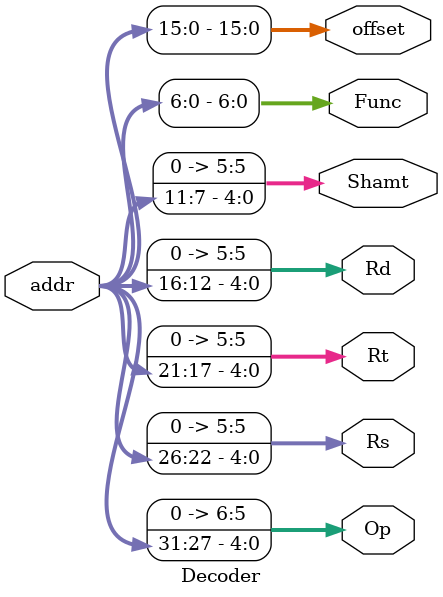
<source format=v>
module Decoder (
              addr,
              Op,
              Rs,
              Rt,
              Rd,
              Shamt,
              Func,
              offset
              );
	input [31:0] addr ;
	output reg [6:0] Op;
	output reg [5:0] Rs;
	output reg [5:0] Rt;
	output reg [5:0] Rd;
	output reg [5:0] Shamt;
	output reg [6:0] Func;
	output reg [15:0] offset;

	always@(*)	begin
		Op = addr[31:27] ;
		Rs = addr[26:22] ;
		Rt = addr[21:17] ;
		Rd = addr[16:12] ;
		Shamt = addr[11:7] ;
		Func = addr[6:0] ;
		offset = addr[15:0] ;

	end

endmodule


</source>
